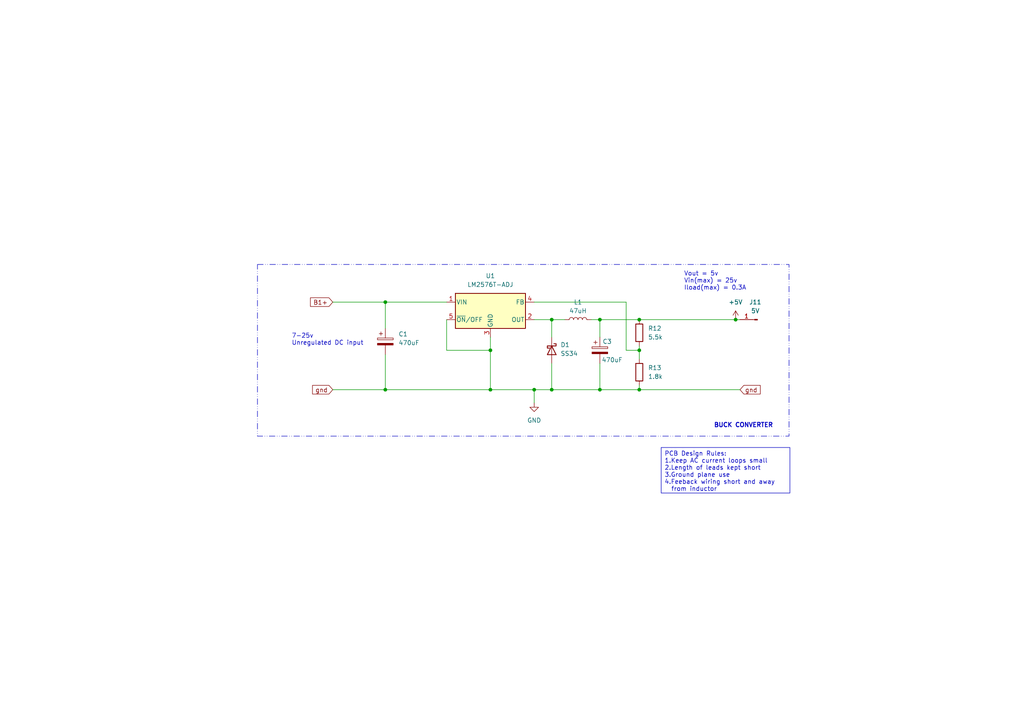
<source format=kicad_sch>
(kicad_sch (version 20231120) (generator "eeschema") (generator_version "8.0")
  (paper "A4")
  (title_block (title "BUCK CONVERTER") (date "2024-12-20") (rev "v_1") (company "EL - RVCE"))
  (lib_symbols
    (symbol "Connector:Conn_01x01_Pin" (pin_names (offset 1.016) hide)
      (property "Reference" "J" (at 0 2.54 0))
      (property "Value" "Conn_01x01_Pin" (at 0 -2.54 0))
      (symbol "Conn_01x01_Pin_1_1"
        (polyline (pts (xy 1.27 0) (xy 0.8636 0)) (stroke (width 0.1524)))
        (rectangle (start 0.8636 0.127) (end 0 -0.127) (stroke (width 0.1524)) (fill (type outline)))
        (pin passive line (at 5.08 0 180) (length 3.81) (name "Pin_1") (number "1"))
      )
    )
    (symbol "Device:C_Polarized" (pin_numbers hide) (pin_names (offset 0.254))
      (property "Reference" "C" (at 0.635 2.54 0))
      (property "Value" "C_Polarized" (at 0.635 -2.54 0))
      (symbol "C_Polarized_0_1"
        (rectangle (start -2.286 0.508) (end 2.286 1.016))
        (polyline (pts (xy -1.778 2.286) (xy -0.762 2.286)))
        (polyline (pts (xy -1.27 2.794) (xy -1.27 1.778)))
        (rectangle (start 2.286 -0.508) (end -2.286 -1.016) (fill (type outline)))
      )
      (symbol "C_Polarized_1_1"
        (pin passive line (at 0 3.81 270) (length 2.794) (name "~") (number "1"))
        (pin passive line (at 0 -3.81 90) (length 2.794) (name "~") (number "2"))
      )
    )
    (symbol "Device:D_Schottky" (pin_numbers hide) (pin_names (offset 1.016) hide)
      (property "Reference" "D" (at 0 2.54 0))
      (property "Value" "D_Schottky" (at 0 -2.54 0))
      (symbol "D_Schottky_0_1"
        (polyline (pts (xy 1.27 0) (xy -1.27 0)))
        (polyline (pts (xy 1.27 1.27) (xy 1.27 -1.27) (xy -1.27 0) (xy 1.27 1.27)) (stroke (width 0.254)))
        (polyline (pts (xy -1.905 0.635) (xy -1.905 1.27) (xy -1.27 1.27) (xy -1.27 -1.27) (xy -0.635 -1.27) (xy -0.635 -0.635)) (stroke (width 0.254)))
      )
      (symbol "D_Schottky_1_1"
        (pin passive line (at -3.81 0 0) (length 2.54) (name "K") (number "1"))
        (pin passive line (at 3.81 0 180) (length 2.54) (name "A") (number "2"))
      )
    )
    (symbol "Device:L" (pin_numbers hide) (pin_names (offset 1.016) hide)
      (property "Reference" "L" (at -1.27 0 90))
      (property "Value" "L" (at 1.905 0 90))
      (symbol "L_0_1"
        (arc (start 0 -2.54) (mid 0.6323 -1.905) (end 0 -1.27))
        (arc (start 0 -1.27) (mid 0.6323 -0.635) (end 0 0))
        (arc (start 0 0) (mid 0.6323 0.635) (end 0 1.27))
        (arc (start 0 1.27) (mid 0.6323 1.905) (end 0 2.54))
      )
      (symbol "L_1_1"
        (pin passive line (at 0 3.81 270) (length 1.27) (name "1") (number "1"))
        (pin passive line (at 0 -3.81 90) (length 1.27) (name "2") (number "2"))
      )
    )
    (symbol "Device:R" (pin_numbers hide) (pin_names (offset 0))
      (property "Reference" "R" (at 2.032 0 90))
      (property "Value" "R" (at 0 0 90))
      (symbol "R_0_1"
        (rectangle (start -1.016 -2.54) (end 1.016 2.54) (stroke (width 0.254)))
      )
      (symbol "R_1_1"
        (pin passive line (at 0 3.81 270) (length 1.27) (name "~") (number "1"))
        (pin passive line (at 0 -3.81 90) (length 1.27) (name "~") (number "2"))
      )
    )
    (symbol "Regulator_Switching:LM2576S-ADJ" (pin_names (offset 0.254))
      (property "Reference" "U" (at -10.16 6.35 0))
      (property "Value" "LM2576S-ADJ" (at 0 6.35 0))
      (symbol "LM2576S-ADJ_0_1"
        (rectangle (start -10.16 5.08) (end 10.16 -5.08) (stroke (width 0.254)) (fill (type background)))
      )
      (symbol "LM2576S-ADJ_1_1"
        (pin power_in line (at -12.7 2.54 0) (length 2.54) (name "VIN") (number "1"))
        (pin output line (at 12.7 -2.54 180) (length 2.54) (name "OUT") (number "2"))
        (pin power_in line (at 0 -7.62 90) (length 2.54) (name "GND") (number "3"))
        (pin input line (at 12.7 2.54 180) (length 2.54) (name "FB") (number "4"))
        (pin input line (at -12.7 -2.54 0) (length 2.54) (name "~{ON}/OFF") (number "5"))
      )
    )
    (symbol "power:+5V" (power) (pin_numbers hide) (pin_names (offset 0) hide)
      (property "Value" "+5V" (at 0 3.556 0))
      (symbol "+5V_0_1"
        (polyline (pts (xy -0.762 1.27) (xy 0 2.54)))
        (polyline (pts (xy 0 0) (xy 0 2.54)))
        (polyline (pts (xy 0 2.54) (xy 0.762 1.27)))
      )
      (symbol "+5V_1_1"
        (pin power_in line (at 0 0 90) (length 0) (name "~") (number "1"))
      )
    )
    (symbol "power:GND" (power) (pin_numbers hide) (pin_names (offset 0) hide)
      (property "Value" "GND" (at 0 -3.81 0))
      (symbol "GND_0_1"
        (polyline (pts (xy 0 0) (xy 0 -1.27) (xy 1.27 -1.27) (xy 0 -2.54) (xy -1.27 -1.27) (xy 0 -1.27)))
      )
      (symbol "GND_1_1"
        (pin power_in line (at 0 0 270) (length 0) (name "~") (number "1"))
      )
    )
  )
  (junction (at 142.24 113.03))
  (junction (at 111.76 113.03))
  (junction (at 160.02 92.71))
  (junction (at 185.42 101.6))
  (junction (at 213.36 92.71))
  (junction (at 173.99 92.71))
  (junction (at 173.99 113.03))
  (junction (at 142.24 101.6))
  (junction (at 185.42 113.03))
  (junction (at 160.02 113.03))
  (junction (at 185.42 92.71))
  (junction (at 111.76 87.63))
  (junction (at 154.94 113.03))
  (wire (pts (xy 142.24 101.6) (xy 142.24 113.03)))
  (wire (pts (xy 160.02 113.03) (xy 173.99 113.03)))
  (wire (pts (xy 111.76 113.03) (xy 142.24 113.03)))
  (wire (pts (xy 213.36 92.71) (xy 214.63 92.71)))
  (wire (pts (xy 173.99 105.41) (xy 173.99 113.03)))
  (wire (pts (xy 173.99 92.71) (xy 185.42 92.71)))
  (wire (pts (xy 160.02 92.71) (xy 160.02 97.79)))
  (wire (pts (xy 96.52 113.03) (xy 111.76 113.03)))
  (wire (pts (xy 185.42 113.03) (xy 214.63 113.03)))
  (wire (pts (xy 173.99 113.03) (xy 185.42 113.03)))
  (wire (pts (xy 185.42 111.76) (xy 185.42 113.03)))
  (wire (pts (xy 173.99 97.79) (xy 173.99 92.71)))
  (wire (pts (xy 129.54 92.71) (xy 129.54 101.6)))
  (wire (pts (xy 181.61 87.63) (xy 181.61 101.6)))
  (wire (pts (xy 111.76 102.87) (xy 111.76 113.03)))
  (wire (pts (xy 129.54 101.6) (xy 142.24 101.6)))
  (wire (pts (xy 185.42 92.71) (xy 213.36 92.71)))
  (wire (pts (xy 96.52 87.63) (xy 111.76 87.63)))
  (wire (pts (xy 111.76 95.25) (xy 111.76 87.63)))
  (wire (pts (xy 160.02 105.41) (xy 160.02 113.03)))
  (wire (pts (xy 154.94 87.63) (xy 181.61 87.63)))
  (wire (pts (xy 171.45 92.71) (xy 173.99 92.71)))
  (wire (pts (xy 160.02 92.71) (xy 163.83 92.71)))
  (wire (pts (xy 142.24 97.79) (xy 142.24 101.6)))
  (wire (pts (xy 142.24 113.03) (xy 154.94 113.03)))
  (wire (pts (xy 154.94 92.71) (xy 160.02 92.71)))
  (wire (pts (xy 185.42 100.33) (xy 185.42 101.6)))
  (wire (pts (xy 154.94 113.03) (xy 160.02 113.03)))
  (wire (pts (xy 111.76 87.63) (xy 129.54 87.63)))
  (wire (pts (xy 185.42 101.6) (xy 185.42 104.14)))
  (wire (pts (xy 181.61 101.6) (xy 185.42 101.6)))
  (wire (pts (xy 154.94 113.03) (xy 154.94 116.84)))
  (rectangle (start 74.676 76.708) (end 228.854 126.492) (stroke (width 0) (type dash_dot_dot)))
  (text_box "PCB Design Rules:\n1.Keep AC current loops small\n2.Length of leads kept short\n3.Ground plane use\n4.Feeback wiring short and away\n  from inductor" (at 191.77 129.794 0) (size 37.338 13.208) (effects (font (size 1.27 1.27)) (justify left top)))
  (text "7-25v \nUnregulated DC input\n" (at 84.582 98.552 0) (effects (font (size 1.27 1.27)) (justify left)))
  (text "Vout = 5v\nVin(max) = 25v\nIload(max) = 0.3A\n" (at 198.374 81.534 0) (effects (font (size 1.27 1.27)) (justify left)))
  (text "BUCK CONVERTER" (at 215.646 123.444 0) (effects (font (size 1.27 1.27) (thickness 0.254) (bold yes))))
  (global_label "gnd" (shape input) (at 214.63 113.03 0) (property "Intersheetrefs" "${INTERSHEET_REFS}" (effects (hide yes))))
  (global_label "B1+" (shape input) (at 96.52 87.63 180) (property "Intersheetrefs" "${INTERSHEET_REFS}" (effects (hide yes))))
  (global_label "gnd" (shape input) (at 96.52 113.03 180) (property "Intersheetrefs" "${INTERSHEET_REFS}" (effects (hide yes))))
  (symbol (lib_id "Device:D_Schottky") (at 160.02 101.6 270) (unit 1)
    (property "Reference" "D1" (at 162.56 100.0124 90) (effects (justify left)))
    (property "Value" "SS34" (at 162.56 102.5524 90) (effects (justify left)))
    (property "Footprint" "Custom:SOD_34FA_ONS" (effects (hide yes)))
    (property "Description" "Schottky diode" (effects (hide yes)))
  )
  (symbol (lib_id "Device:C_Polarized") (at 111.76 99.06 0) (unit 1)
    (property "Reference" "C1" (at 115.57 96.9009 0) (effects (justify left)))
    (property "Value" "470uF" (at 115.57 99.4409 0) (effects (justify left)))
    (property "Footprint" "Capacitor_SMD:CP_Elec_10x10.5" (effects (hide yes)))
    (property "Description" "Polarized capacitor" (effects (hide yes)))
  )
  (symbol (lib_id "Connector:Conn_01x01_Pin") (at 219.71 92.71 180) (unit 1)
    (property "Reference" "J11" (at 219.075 87.63 0))
    (property "Value" "5V" (at 219.075 90.17 0))
    (property "Footprint" "Connector_PinHeader_2.54mm:PinHeader_1x01_P2.54mm_Vertical" (effects (hide yes)))
    (property "Description" "Generic connector, single row, 01x01, script generated" (effects (hide yes)))
  )
  (symbol (lib_id "Device:R") (at 185.42 96.52 0) (unit 1)
    (property "Reference" "R12" (at 187.96 95.2499 0) (effects (justify left)))
    (property "Value" "5.5k" (at 187.96 97.7899 0) (effects (justify left)))
    (property "Footprint" "Resistor_SMD:R_0805_2012Metric_Pad1.20x1.40mm_HandSolder" (effects (hide yes)))
    (property "Description" "Resistor" (effects (hide yes)))
  )
  (symbol (lib_id "Device:C_Polarized") (at 173.99 101.6 0) (unit 1)
    (property "Reference" "C3" (at 174.752 99.06 0) (effects (justify left)))
    (property "Value" "470uF" (at 174.498 104.394 0) (effects (justify left)))
    (property "Footprint" "Capacitor_SMD:CP_Elec_10x10.5" (effects (hide yes)))
    (property "Description" "Polarized capacitor" (effects (hide yes)))
  )
  (symbol (lib_id "Regulator_Switching:LM2576S-ADJ") (at 142.24 90.17 0) (unit 1)
    (property "Reference" "U1" (at 142.24 80.01 0))
    (property "Value" "LM2576T-ADJ" (at 142.24 82.55 0))
    (property "Footprint" "Package_TO_SOT_SMD:TO-263-5_TabPin3" (effects (hide yes)))
    (property "Datasheet" "http://www.ti.com/lit/ds/symlink/lm2576.pdf" (effects (hide yes)))
    (property "Description" "Adjustable Output Voltage, 3A SIMPLE SWITCHER® Step-Down Voltage Regulator, TO-263" (effects (hide yes)))
  )
  (symbol (lib_id "power:+5V") (at 213.36 92.71 0) (unit 1)
    (property "Reference" "#PWR05" (effects (hide yes)))
    (property "Value" "+5V" (at 213.36 87.63 0))
    (property "Description" "Power symbol creates a global label with name \"+5V\"" (effects (hide yes)))
  )
  (symbol (lib_id "power:GND") (at 154.94 116.84 0) (unit 1)
    (property "Reference" "#PWR02" (effects (hide yes)))
    (property "Value" "GND" (at 154.94 121.92 0))
    (property "Description" "Power symbol creates a global label with name \"GND\" , ground" (effects (hide yes)))
  )
  (symbol (lib_id "Device:R") (at 185.42 107.95 0) (unit 1)
    (property "Reference" "R13" (at 187.96 106.6799 0) (effects (justify left)))
    (property "Value" "1.8k" (at 187.96 109.2199 0) (effects (justify left)))
    (property "Footprint" "Resistor_SMD:R_0805_2012Metric_Pad1.20x1.40mm_HandSolder" (effects (hide yes)))
    (property "Description" "Resistor" (effects (hide yes)))
  )
  (symbol (lib_id "Device:L") (at 167.64 92.71 90) (unit 1)
    (property "Reference" "L1" (at 167.64 87.63 90))
    (property "Value" "47uH" (at 167.64 90.17 90))
    (property "Footprint" "Inductor_SMD:L_10.4x10.4_H4.8" (effects (hide yes)))
    (property "Description" "Inductor" (effects (hide yes)))
  )
)
</source>
